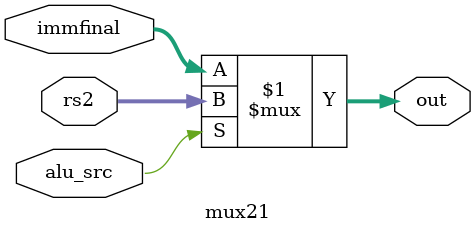
<source format=sv>
module mux21(rs2, immfinal, alu_src, out);
    input logic [31:0] rs2;
    input logic [31:0] immfinal;
    input logic alu_src;  // changed to single-bit control
    output logic [31:0] out;

    assign out = alu_src ? rs2 : immfinal;
endmodule
</source>
